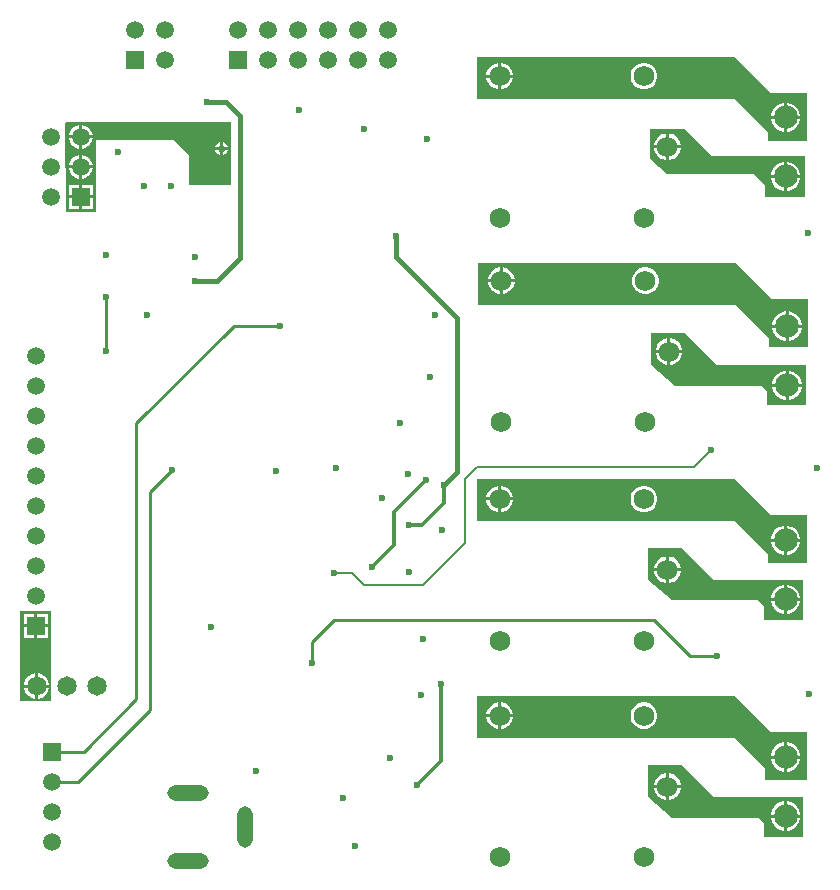
<source format=gbr>
%TF.GenerationSoftware,Altium Limited,Altium Designer,23.9.2 (47)*%
G04 Layer_Physical_Order=4*
G04 Layer_Color=16711680*
%FSLAX45Y45*%
%MOMM*%
%TF.SameCoordinates,15915765-FD2E-4A0E-A91D-014651F65676*%
%TF.FilePolarity,Positive*%
%TF.FileFunction,Copper,L4,Bot,Signal*%
%TF.Part,Single*%
G01*
G75*
%TA.AperFunction,Conductor*%
%ADD22C,0.25400*%
%ADD24C,0.38100*%
%ADD27C,0.33020*%
%ADD29C,0.35560*%
%ADD30C,0.20320*%
%TA.AperFunction,ComponentPad*%
%ADD31R,1.50000X1.50000*%
%ADD32C,1.50000*%
%ADD33C,1.65100*%
%ADD34C,2.00000*%
%ADD35C,1.75000*%
%ADD36O,3.50800X1.30800*%
%ADD37O,1.30800X3.50800*%
%ADD38R,1.50000X1.50000*%
%TA.AperFunction,ViaPad*%
%ADD39C,0.60000*%
G36*
X7772400Y10541000D02*
X7874000Y10439400D01*
X8178800D01*
Y10033000D01*
X7848600D01*
Y10109200D01*
X7569199Y10388600D01*
X5384800Y10388601D01*
Y10744200D01*
X7569200D01*
X7772400Y10541000D01*
D02*
G37*
G36*
X3302000Y9664700D02*
X2946400D01*
Y9918700D01*
X2819400Y10045700D01*
X2159000D01*
Y9436100D01*
X1905175D01*
X1899982Y10189089D01*
X1908931Y10198100D01*
X3302000D01*
Y9664700D01*
D02*
G37*
G36*
X7378699Y9906000D02*
X8166100D01*
Y9563100D01*
X7829550D01*
Y9658350D01*
X7734300Y9753600D01*
X6995160D01*
X6850380Y9880771D01*
Y10134600D01*
X7150100D01*
X7378699Y9906000D01*
D02*
G37*
G36*
X7785100Y8801100D02*
X7886700Y8699500D01*
X8191500D01*
Y8293100D01*
X7861300D01*
Y8369300D01*
X7581899Y8648700D01*
X5397500Y8648701D01*
Y9004300D01*
X7581900D01*
X7785100Y8801100D01*
D02*
G37*
G36*
X7419169Y8138331D02*
X8176260Y8138331D01*
Y7797800D01*
X7839710D01*
Y7915910D01*
X7792720Y7962900D01*
X7060262D01*
X6860540Y8138331D01*
Y8407400D01*
X7150101D01*
X7419169Y8138331D01*
D02*
G37*
G36*
X7772400Y6972300D02*
X7874000Y6870700D01*
X8178800D01*
Y6464300D01*
X7848600D01*
Y6540500D01*
X7569199Y6819900D01*
X5384800Y6819901D01*
Y7175500D01*
X7569200D01*
X7772400Y6972300D01*
D02*
G37*
G36*
X7393769Y6322231D02*
X8150860Y6322231D01*
Y5981700D01*
X7814310D01*
Y6099810D01*
X7767320Y6146800D01*
X7034862D01*
X6835140Y6322231D01*
Y6591300D01*
X7124701D01*
X7393769Y6322231D01*
D02*
G37*
G36*
X1782410Y5295576D02*
X1518250D01*
Y6054160D01*
X1782410D01*
Y5295576D01*
D02*
G37*
G36*
X7772400Y5130800D02*
X7874000Y5029200D01*
X8178800D01*
Y4622800D01*
X7823200D01*
Y4724400D01*
X7569199Y4978400D01*
X5384800Y4978401D01*
Y5334000D01*
X7569200D01*
X7772400Y5130800D01*
D02*
G37*
G36*
X7393769Y4480731D02*
X8150860Y4480731D01*
Y4140200D01*
X7814310D01*
Y4258310D01*
X7767320Y4305300D01*
X7034862D01*
X6835140Y4480731D01*
Y4749800D01*
X7124701D01*
X7393769Y4480731D01*
D02*
G37*
%LPC*%
G36*
X5594864Y10698700D02*
X5592700D01*
Y10598500D01*
X5692900D01*
Y10600664D01*
X5685206Y10629378D01*
X5670342Y10655122D01*
X5649322Y10676142D01*
X5623578Y10691006D01*
X5594864Y10698700D01*
D02*
G37*
G36*
X5567300D02*
X5565136D01*
X5536422Y10691006D01*
X5510678Y10676142D01*
X5489658Y10655122D01*
X5474794Y10629378D01*
X5467100Y10600664D01*
Y10598500D01*
X5567300D01*
Y10698700D01*
D02*
G37*
G36*
X6814864D02*
X6785137D01*
X6756422Y10691006D01*
X6730678Y10676142D01*
X6709658Y10655122D01*
X6694794Y10629378D01*
X6687100Y10600664D01*
Y10570936D01*
X6694794Y10542222D01*
X6709658Y10516478D01*
X6730678Y10495458D01*
X6756422Y10480594D01*
X6785137Y10472900D01*
X6814864D01*
X6843578Y10480594D01*
X6869322Y10495458D01*
X6890343Y10516478D01*
X6905206Y10542222D01*
X6912900Y10570936D01*
Y10600664D01*
X6905206Y10629378D01*
X6890343Y10655122D01*
X6869322Y10676142D01*
X6843578Y10691006D01*
X6814864Y10698700D01*
D02*
G37*
G36*
X5692900Y10573100D02*
X5592700D01*
Y10472900D01*
X5594864D01*
X5623578Y10480594D01*
X5649322Y10495458D01*
X5670342Y10516478D01*
X5685206Y10542222D01*
X5692900Y10570936D01*
Y10573100D01*
D02*
G37*
G36*
X5567300D02*
X5467100D01*
Y10570936D01*
X5474794Y10542222D01*
X5489658Y10516478D01*
X5510678Y10495458D01*
X5536422Y10480594D01*
X5565136Y10472900D01*
X5567300D01*
Y10573100D01*
D02*
G37*
G36*
X8016509Y10361200D02*
X8012701D01*
Y10248500D01*
X8125400D01*
Y10252309D01*
X8116854Y10284202D01*
X8100345Y10312797D01*
X8076997Y10336145D01*
X8048402Y10352654D01*
X8016509Y10361200D01*
D02*
G37*
G36*
X7987301D02*
X7983491D01*
X7951598Y10352654D01*
X7923003Y10336145D01*
X7899655Y10312797D01*
X7883146Y10284202D01*
X7874600Y10252309D01*
Y10248500D01*
X7987301D01*
Y10361200D01*
D02*
G37*
G36*
X8125400Y10223100D02*
X8012701D01*
Y10110400D01*
X8016509D01*
X8048402Y10118946D01*
X8076997Y10135455D01*
X8100345Y10158803D01*
X8116854Y10187397D01*
X8125400Y10219291D01*
Y10223100D01*
D02*
G37*
G36*
X7987301D02*
X7874600D01*
Y10219291D01*
X7883146Y10187397D01*
X7899655Y10158803D01*
X7923003Y10135455D01*
X7951598Y10118946D01*
X7983491Y10110400D01*
X7987301D01*
Y10223100D01*
D02*
G37*
G36*
X2045218Y10171500D02*
X2044700D01*
Y10083800D01*
X2132400D01*
Y10084318D01*
X2125558Y10109853D01*
X2112340Y10132747D01*
X2093647Y10151440D01*
X2070753Y10164658D01*
X2045218Y10171500D01*
D02*
G37*
G36*
X2019300D02*
X2018782D01*
X1993247Y10164658D01*
X1970353Y10151440D01*
X1951660Y10132747D01*
X1938442Y10109853D01*
X1931600Y10084318D01*
Y10083800D01*
X2019300D01*
Y10171500D01*
D02*
G37*
G36*
X3238500Y10024204D02*
Y9982200D01*
X3280504D01*
X3272766Y10000881D01*
X3257181Y10016466D01*
X3238500Y10024204D01*
D02*
G37*
G36*
X3213100D02*
X3194419Y10016466D01*
X3178834Y10000881D01*
X3171096Y9982200D01*
X3213100D01*
Y10024204D01*
D02*
G37*
G36*
X2132400Y10058400D02*
X2044700D01*
Y9970700D01*
X2045218D01*
X2070753Y9977542D01*
X2093647Y9990760D01*
X2112340Y10009453D01*
X2125558Y10032347D01*
X2132400Y10057882D01*
Y10058400D01*
D02*
G37*
G36*
X2019300D02*
X1931600D01*
Y10057882D01*
X1938442Y10032347D01*
X1951660Y10009453D01*
X1970353Y9990760D01*
X1993247Y9977542D01*
X2018782Y9970700D01*
X2019300D01*
Y10058400D01*
D02*
G37*
G36*
X3280504Y9956800D02*
X3238500D01*
Y9914796D01*
X3257181Y9922534D01*
X3272766Y9938119D01*
X3280504Y9956800D01*
D02*
G37*
G36*
X3213100D02*
X3171096D01*
X3178834Y9938119D01*
X3194419Y9922534D01*
X3213100Y9914796D01*
Y9956800D01*
D02*
G37*
G36*
X2045218Y9917500D02*
X2044700D01*
Y9829800D01*
X2132400D01*
Y9830318D01*
X2125558Y9855853D01*
X2112340Y9878747D01*
X2093647Y9897440D01*
X2070753Y9910658D01*
X2045218Y9917500D01*
D02*
G37*
G36*
X2019300D02*
X2018782D01*
X1993247Y9910658D01*
X1970353Y9897440D01*
X1951660Y9878747D01*
X1938442Y9855853D01*
X1931600Y9830318D01*
Y9829800D01*
X2019300D01*
Y9917500D01*
D02*
G37*
G36*
X2132400Y9804400D02*
X2044700D01*
Y9716700D01*
X2045218D01*
X2070753Y9723542D01*
X2093647Y9736760D01*
X2112340Y9755453D01*
X2125558Y9778347D01*
X2132400Y9803882D01*
Y9804400D01*
D02*
G37*
G36*
X2019300D02*
X1931600D01*
Y9803882D01*
X1938442Y9778347D01*
X1951660Y9755453D01*
X1970353Y9736760D01*
X1993247Y9723542D01*
X2018782Y9716700D01*
X2019300D01*
Y9804400D01*
D02*
G37*
G36*
X2132400Y9663500D02*
X2044700D01*
Y9575800D01*
X2132400D01*
Y9663500D01*
D02*
G37*
G36*
X2019300D02*
X1931600D01*
Y9575800D01*
X2019300D01*
Y9663500D01*
D02*
G37*
G36*
X2132400Y9550400D02*
X2044700D01*
Y9462700D01*
X2132400D01*
Y9550400D01*
D02*
G37*
G36*
X2019300D02*
X1931600D01*
Y9462700D01*
X2019300D01*
Y9550400D01*
D02*
G37*
G36*
X7014864Y10098700D02*
X7012700D01*
Y9998500D01*
X7112900D01*
Y10000664D01*
X7105206Y10029378D01*
X7090342Y10055122D01*
X7069322Y10076142D01*
X7043578Y10091006D01*
X7014864Y10098700D01*
D02*
G37*
G36*
X6987300D02*
X6985136D01*
X6956422Y10091006D01*
X6930678Y10076142D01*
X6909658Y10055122D01*
X6894794Y10029378D01*
X6887100Y10000664D01*
Y9998500D01*
X6987300D01*
Y10098700D01*
D02*
G37*
G36*
X7112900Y9973100D02*
X7012700D01*
Y9872900D01*
X7014864D01*
X7043578Y9880594D01*
X7069322Y9895457D01*
X7090342Y9916478D01*
X7105206Y9942222D01*
X7112900Y9970936D01*
Y9973100D01*
D02*
G37*
G36*
X6987300D02*
X6887100D01*
Y9970936D01*
X6894794Y9942222D01*
X6909658Y9916478D01*
X6930678Y9895457D01*
X6956422Y9880594D01*
X6985136Y9872900D01*
X6987300D01*
Y9973100D01*
D02*
G37*
G36*
X8016509Y9861200D02*
X8012701D01*
Y9748500D01*
X8125400D01*
Y9752309D01*
X8116854Y9784202D01*
X8100345Y9812797D01*
X8076997Y9836145D01*
X8048402Y9852654D01*
X8016509Y9861200D01*
D02*
G37*
G36*
X7987301D02*
X7983491D01*
X7951598Y9852654D01*
X7923003Y9836145D01*
X7899655Y9812797D01*
X7883146Y9784202D01*
X7874600Y9752309D01*
Y9748500D01*
X7987301D01*
Y9861200D01*
D02*
G37*
G36*
X8125400Y9723100D02*
X8012701D01*
Y9610400D01*
X8016509D01*
X8048402Y9618946D01*
X8076997Y9635455D01*
X8100345Y9658803D01*
X8116854Y9687397D01*
X8125400Y9719291D01*
Y9723100D01*
D02*
G37*
G36*
X7987301D02*
X7874600D01*
Y9719291D01*
X7883146Y9687397D01*
X7899655Y9658803D01*
X7923003Y9635455D01*
X7951598Y9618946D01*
X7983491Y9610400D01*
X7987301D01*
Y9723100D01*
D02*
G37*
G36*
X5607564Y8965400D02*
X5605400D01*
Y8865200D01*
X5705600D01*
Y8867364D01*
X5697906Y8896078D01*
X5683042Y8921822D01*
X5662022Y8942842D01*
X5636278Y8957706D01*
X5607564Y8965400D01*
D02*
G37*
G36*
X5580000D02*
X5577836D01*
X5549122Y8957706D01*
X5523378Y8942842D01*
X5502358Y8921822D01*
X5487494Y8896078D01*
X5479800Y8867364D01*
Y8865200D01*
X5580000D01*
Y8965400D01*
D02*
G37*
G36*
X6827564D02*
X6797837D01*
X6769122Y8957706D01*
X6743378Y8942842D01*
X6722358Y8921822D01*
X6707494Y8896078D01*
X6699800Y8867364D01*
Y8837636D01*
X6707494Y8808922D01*
X6722358Y8783178D01*
X6743378Y8762157D01*
X6769122Y8747294D01*
X6797837Y8739600D01*
X6827564D01*
X6856278Y8747294D01*
X6882022Y8762157D01*
X6903043Y8783178D01*
X6917906Y8808922D01*
X6925600Y8837636D01*
Y8867364D01*
X6917906Y8896078D01*
X6903043Y8921822D01*
X6882022Y8942842D01*
X6856278Y8957706D01*
X6827564Y8965400D01*
D02*
G37*
G36*
X5705600Y8839800D02*
X5605400D01*
Y8739600D01*
X5607564D01*
X5636278Y8747294D01*
X5662022Y8762157D01*
X5683042Y8783178D01*
X5697906Y8808922D01*
X5705600Y8837636D01*
Y8839800D01*
D02*
G37*
G36*
X5580000D02*
X5479800D01*
Y8837636D01*
X5487494Y8808922D01*
X5502358Y8783178D01*
X5523378Y8762157D01*
X5549122Y8747294D01*
X5577836Y8739600D01*
X5580000D01*
Y8839800D01*
D02*
G37*
G36*
X8030209Y8592300D02*
X8026400D01*
Y8479600D01*
X8139100D01*
Y8483409D01*
X8130554Y8515303D01*
X8114045Y8543897D01*
X8090697Y8567245D01*
X8062102Y8583754D01*
X8030209Y8592300D01*
D02*
G37*
G36*
X8001000D02*
X7997191D01*
X7965298Y8583754D01*
X7936703Y8567245D01*
X7913355Y8543897D01*
X7896846Y8515303D01*
X7888300Y8483409D01*
Y8479600D01*
X8001000D01*
Y8592300D01*
D02*
G37*
G36*
X8139100Y8454200D02*
X8026400D01*
Y8341500D01*
X8030209D01*
X8062102Y8350046D01*
X8090697Y8366555D01*
X8114045Y8389903D01*
X8130554Y8418498D01*
X8139100Y8450391D01*
Y8454200D01*
D02*
G37*
G36*
X8001000D02*
X7888300D01*
Y8450391D01*
X7896846Y8418498D01*
X7913355Y8389903D01*
X7936703Y8366555D01*
X7965298Y8350046D01*
X7997191Y8341500D01*
X8001000D01*
Y8454200D01*
D02*
G37*
G36*
X7027564Y8365400D02*
X7025400D01*
Y8265200D01*
X7125600D01*
Y8267363D01*
X7117906Y8296078D01*
X7103042Y8321822D01*
X7082022Y8342842D01*
X7056278Y8357706D01*
X7027564Y8365400D01*
D02*
G37*
G36*
X7000000D02*
X6997836D01*
X6969122Y8357706D01*
X6943378Y8342842D01*
X6922358Y8321822D01*
X6907494Y8296078D01*
X6899800Y8267363D01*
Y8265200D01*
X7000000D01*
Y8365400D01*
D02*
G37*
G36*
X7125600Y8239800D02*
X7025400D01*
Y8139600D01*
X7027564D01*
X7056278Y8147294D01*
X7082022Y8162157D01*
X7103042Y8183178D01*
X7117906Y8208922D01*
X7125600Y8237636D01*
Y8239800D01*
D02*
G37*
G36*
X7000000D02*
X6899800D01*
Y8237636D01*
X6907494Y8208922D01*
X6922358Y8183178D01*
X6943378Y8162157D01*
X6969122Y8147294D01*
X6997836Y8139600D01*
X7000000D01*
Y8239800D01*
D02*
G37*
G36*
X8030209Y8092300D02*
X8026400D01*
Y7979600D01*
X8139100D01*
Y7983409D01*
X8130554Y8015302D01*
X8114045Y8043897D01*
X8090697Y8067245D01*
X8062102Y8083754D01*
X8030209Y8092300D01*
D02*
G37*
G36*
X8001000D02*
X7997191D01*
X7965298Y8083754D01*
X7936703Y8067245D01*
X7913355Y8043897D01*
X7896846Y8015302D01*
X7888300Y7983409D01*
Y7979600D01*
X8001000D01*
Y8092300D01*
D02*
G37*
G36*
X8139100Y7954200D02*
X8026400D01*
Y7841500D01*
X8030209D01*
X8062102Y7850046D01*
X8090697Y7866555D01*
X8114045Y7889903D01*
X8130554Y7918497D01*
X8139100Y7950391D01*
Y7954200D01*
D02*
G37*
G36*
X8001000D02*
X7888300D01*
Y7950391D01*
X7896846Y7918497D01*
X7913355Y7889903D01*
X7936703Y7866555D01*
X7965298Y7850046D01*
X7997191Y7841500D01*
X8001000D01*
Y7954200D01*
D02*
G37*
G36*
X5594864Y7117800D02*
X5592700D01*
Y7017600D01*
X5692900D01*
Y7019763D01*
X5685206Y7048478D01*
X5670342Y7074222D01*
X5649322Y7095242D01*
X5623578Y7110106D01*
X5594864Y7117800D01*
D02*
G37*
G36*
X5567300D02*
X5565136D01*
X5536422Y7110106D01*
X5510678Y7095242D01*
X5489658Y7074222D01*
X5474794Y7048478D01*
X5467100Y7019763D01*
Y7017600D01*
X5567300D01*
Y7117800D01*
D02*
G37*
G36*
X6814864D02*
X6785137D01*
X6756422Y7110106D01*
X6730678Y7095242D01*
X6709658Y7074222D01*
X6694794Y7048478D01*
X6687100Y7019763D01*
Y6990036D01*
X6694794Y6961322D01*
X6709658Y6935578D01*
X6730678Y6914557D01*
X6756422Y6899694D01*
X6785137Y6892000D01*
X6814864D01*
X6843578Y6899694D01*
X6869322Y6914557D01*
X6890343Y6935578D01*
X6905206Y6961322D01*
X6912900Y6990036D01*
Y7019763D01*
X6905206Y7048478D01*
X6890343Y7074222D01*
X6869322Y7095242D01*
X6843578Y7110106D01*
X6814864Y7117800D01*
D02*
G37*
G36*
X5692900Y6992200D02*
X5592700D01*
Y6892000D01*
X5594864D01*
X5623578Y6899694D01*
X5649322Y6914557D01*
X5670342Y6935578D01*
X5685206Y6961322D01*
X5692900Y6990036D01*
Y6992200D01*
D02*
G37*
G36*
X5567300D02*
X5467100D01*
Y6990036D01*
X5474794Y6961322D01*
X5489658Y6935578D01*
X5510678Y6914557D01*
X5536422Y6899694D01*
X5565136Y6892000D01*
X5567300D01*
Y6992200D01*
D02*
G37*
G36*
X8016509Y6780300D02*
X8012701D01*
Y6667600D01*
X8125400D01*
Y6671409D01*
X8116854Y6703303D01*
X8100345Y6731897D01*
X8076997Y6755245D01*
X8048402Y6771754D01*
X8016509Y6780300D01*
D02*
G37*
G36*
X7987301D02*
X7983491D01*
X7951598Y6771754D01*
X7923003Y6755245D01*
X7899655Y6731897D01*
X7883146Y6703303D01*
X7874600Y6671409D01*
Y6667600D01*
X7987301D01*
Y6780300D01*
D02*
G37*
G36*
X8125400Y6642200D02*
X8012701D01*
Y6529500D01*
X8016509D01*
X8048402Y6538046D01*
X8076997Y6554555D01*
X8100345Y6577903D01*
X8116854Y6606498D01*
X8125400Y6638391D01*
Y6642200D01*
D02*
G37*
G36*
X7987301D02*
X7874600D01*
Y6638391D01*
X7883146Y6606498D01*
X7899655Y6577903D01*
X7923003Y6554555D01*
X7951598Y6538046D01*
X7983491Y6529500D01*
X7987301D01*
Y6642200D01*
D02*
G37*
G36*
X7014864Y6517800D02*
X7012700D01*
Y6417600D01*
X7112900D01*
Y6419763D01*
X7105206Y6448478D01*
X7090342Y6474222D01*
X7069322Y6495242D01*
X7043578Y6510106D01*
X7014864Y6517800D01*
D02*
G37*
G36*
X6987300D02*
X6985136D01*
X6956422Y6510106D01*
X6930678Y6495242D01*
X6909658Y6474222D01*
X6894794Y6448478D01*
X6887100Y6419763D01*
Y6417600D01*
X6987300D01*
Y6517800D01*
D02*
G37*
G36*
X7112900Y6392200D02*
X7012700D01*
Y6292000D01*
X7014864D01*
X7043578Y6299694D01*
X7069322Y6314557D01*
X7090342Y6335578D01*
X7105206Y6361322D01*
X7112900Y6390036D01*
Y6392200D01*
D02*
G37*
G36*
X6987300D02*
X6887100D01*
Y6390036D01*
X6894794Y6361322D01*
X6909658Y6335578D01*
X6930678Y6314557D01*
X6956422Y6299694D01*
X6985136Y6292000D01*
X6987300D01*
Y6392200D01*
D02*
G37*
G36*
X8016509Y6280300D02*
X8012701D01*
Y6167600D01*
X8125400D01*
Y6171409D01*
X8116854Y6203303D01*
X8100345Y6231897D01*
X8076997Y6255245D01*
X8048402Y6271754D01*
X8016509Y6280300D01*
D02*
G37*
G36*
X7987301D02*
X7983491D01*
X7951598Y6271754D01*
X7923003Y6255245D01*
X7899655Y6231897D01*
X7883146Y6203303D01*
X7874600Y6171409D01*
Y6167600D01*
X7987301D01*
Y6280300D01*
D02*
G37*
G36*
X8125400Y6142200D02*
X8012701D01*
Y6029500D01*
X8016509D01*
X8048402Y6038046D01*
X8076997Y6054555D01*
X8100345Y6077903D01*
X8116854Y6106498D01*
X8125400Y6138391D01*
Y6142200D01*
D02*
G37*
G36*
X7987301D02*
X7874600D01*
Y6138391D01*
X7883146Y6106498D01*
X7899655Y6077903D01*
X7923003Y6054555D01*
X7951598Y6038046D01*
X7983491Y6029500D01*
X7987301D01*
Y6142200D01*
D02*
G37*
G36*
X1751400Y6031300D02*
X1663700D01*
Y5943600D01*
X1751400D01*
Y6031300D01*
D02*
G37*
G36*
X1638300D02*
X1550600D01*
Y5943600D01*
X1638300D01*
Y6031300D01*
D02*
G37*
G36*
X1751400Y5918200D02*
X1663700D01*
Y5830500D01*
X1751400D01*
Y5918200D01*
D02*
G37*
G36*
X1638300D02*
X1550600D01*
Y5830500D01*
X1638300D01*
Y5918200D01*
D02*
G37*
G36*
X1672832Y5528310D02*
X1671320D01*
Y5433060D01*
X1766570D01*
Y5434572D01*
X1759213Y5462027D01*
X1745001Y5486643D01*
X1724903Y5506741D01*
X1700287Y5520953D01*
X1672832Y5528310D01*
D02*
G37*
G36*
X1645920D02*
X1644408D01*
X1616953Y5520953D01*
X1592337Y5506741D01*
X1572239Y5486643D01*
X1558027Y5462027D01*
X1550670Y5434572D01*
Y5433060D01*
X1645920D01*
Y5528310D01*
D02*
G37*
G36*
X1766570Y5407660D02*
X1671320D01*
Y5312410D01*
X1672832D01*
X1700287Y5319767D01*
X1724903Y5333979D01*
X1745001Y5354077D01*
X1759213Y5378693D01*
X1766570Y5406148D01*
Y5407660D01*
D02*
G37*
G36*
X1645920D02*
X1550670D01*
Y5406148D01*
X1558027Y5378693D01*
X1572239Y5354077D01*
X1592337Y5333979D01*
X1616953Y5319767D01*
X1644408Y5312410D01*
X1645920D01*
Y5407660D01*
D02*
G37*
G36*
X5594864Y5282900D02*
X5592700D01*
Y5182700D01*
X5692900D01*
Y5184863D01*
X5685206Y5213578D01*
X5670342Y5239322D01*
X5649322Y5260342D01*
X5623578Y5275206D01*
X5594864Y5282900D01*
D02*
G37*
G36*
X5567300D02*
X5565136D01*
X5536422Y5275206D01*
X5510678Y5260342D01*
X5489658Y5239322D01*
X5474794Y5213578D01*
X5467100Y5184863D01*
Y5182700D01*
X5567300D01*
Y5282900D01*
D02*
G37*
G36*
X6814864D02*
X6785137D01*
X6756422Y5275206D01*
X6730678Y5260342D01*
X6709658Y5239322D01*
X6694794Y5213578D01*
X6687100Y5184863D01*
Y5155136D01*
X6694794Y5126422D01*
X6709658Y5100678D01*
X6730678Y5079657D01*
X6756422Y5064794D01*
X6785137Y5057100D01*
X6814864D01*
X6843578Y5064794D01*
X6869322Y5079657D01*
X6890343Y5100678D01*
X6905206Y5126422D01*
X6912900Y5155136D01*
Y5184863D01*
X6905206Y5213578D01*
X6890343Y5239322D01*
X6869322Y5260342D01*
X6843578Y5275206D01*
X6814864Y5282900D01*
D02*
G37*
G36*
X5692900Y5157300D02*
X5592700D01*
Y5057100D01*
X5594864D01*
X5623578Y5064794D01*
X5649322Y5079657D01*
X5670342Y5100678D01*
X5685206Y5126422D01*
X5692900Y5155136D01*
Y5157300D01*
D02*
G37*
G36*
X5567300D02*
X5467100D01*
Y5155136D01*
X5474794Y5126422D01*
X5489658Y5100678D01*
X5510678Y5079657D01*
X5536422Y5064794D01*
X5565136Y5057100D01*
X5567300D01*
Y5157300D01*
D02*
G37*
G36*
X8016509Y4945400D02*
X8012701D01*
Y4832700D01*
X8125400D01*
Y4836509D01*
X8116854Y4868403D01*
X8100345Y4896997D01*
X8076997Y4920345D01*
X8048402Y4936854D01*
X8016509Y4945400D01*
D02*
G37*
G36*
X7987301D02*
X7983491D01*
X7951598Y4936854D01*
X7923003Y4920345D01*
X7899655Y4896997D01*
X7883146Y4868403D01*
X7874600Y4836509D01*
Y4832700D01*
X7987301D01*
Y4945400D01*
D02*
G37*
G36*
X8125400Y4807300D02*
X8012701D01*
Y4694600D01*
X8016509D01*
X8048402Y4703146D01*
X8076997Y4719655D01*
X8100345Y4743003D01*
X8116854Y4771598D01*
X8125400Y4803491D01*
Y4807300D01*
D02*
G37*
G36*
X7987301D02*
X7874600D01*
Y4803491D01*
X7883146Y4771598D01*
X7899655Y4743003D01*
X7923003Y4719655D01*
X7951598Y4703146D01*
X7983491Y4694600D01*
X7987301D01*
Y4807300D01*
D02*
G37*
G36*
X7014864Y4682900D02*
X7012700D01*
Y4582700D01*
X7112900D01*
Y4584863D01*
X7105206Y4613578D01*
X7090342Y4639322D01*
X7069322Y4660342D01*
X7043578Y4675206D01*
X7014864Y4682900D01*
D02*
G37*
G36*
X6987300D02*
X6985136D01*
X6956422Y4675206D01*
X6930678Y4660342D01*
X6909658Y4639322D01*
X6894794Y4613578D01*
X6887100Y4584863D01*
Y4582700D01*
X6987300D01*
Y4682900D01*
D02*
G37*
G36*
X7112900Y4557300D02*
X7012700D01*
Y4457100D01*
X7014864D01*
X7043578Y4464794D01*
X7069322Y4479657D01*
X7090342Y4500678D01*
X7105206Y4526422D01*
X7112900Y4555136D01*
Y4557300D01*
D02*
G37*
G36*
X6987300D02*
X6887100D01*
Y4555136D01*
X6894794Y4526422D01*
X6909658Y4500678D01*
X6930678Y4479657D01*
X6956422Y4464794D01*
X6985136Y4457100D01*
X6987300D01*
Y4557300D01*
D02*
G37*
G36*
X8016509Y4445400D02*
X8012701D01*
Y4332700D01*
X8125400D01*
Y4336509D01*
X8116854Y4368402D01*
X8100345Y4396997D01*
X8076997Y4420345D01*
X8048402Y4436854D01*
X8016509Y4445400D01*
D02*
G37*
G36*
X7987301D02*
X7983491D01*
X7951598Y4436854D01*
X7923003Y4420345D01*
X7899655Y4396997D01*
X7883146Y4368402D01*
X7874600Y4336509D01*
Y4332700D01*
X7987301D01*
Y4445400D01*
D02*
G37*
G36*
X8125400Y4307300D02*
X8012701D01*
Y4194600D01*
X8016509D01*
X8048402Y4203146D01*
X8076997Y4219655D01*
X8100345Y4243003D01*
X8116854Y4271598D01*
X8125400Y4303491D01*
Y4307300D01*
D02*
G37*
G36*
X7987301D02*
X7874600D01*
Y4303491D01*
X7883146Y4271598D01*
X7899655Y4243003D01*
X7923003Y4219655D01*
X7951598Y4203146D01*
X7983491Y4194600D01*
X7987301D01*
Y4307300D01*
D02*
G37*
%LPD*%
D22*
X2247900Y8255000D02*
Y8712200D01*
X2616200Y5219700D02*
Y7061200D01*
X2501900Y5308600D02*
Y7645400D01*
X3327400Y8470900D01*
X2616200Y7061200D02*
X2806700Y7251700D01*
X2006600Y4610100D02*
X2616200Y5219700D01*
X2057400Y4864100D02*
X2501900Y5308600D01*
X3327400Y8470900D02*
X3721100D01*
X3987800Y5791200D02*
X4178300Y5981700D01*
X6883400D02*
X7188200Y5676900D01*
X4178300Y5981700D02*
X6883400D01*
X3987800Y5613400D02*
Y5791200D01*
X7188200Y5676900D02*
X7416800D01*
X1790700Y4610100D02*
X2006600D01*
X1790700Y4864100D02*
X2057400D01*
D24*
X5110480Y7124700D02*
X5219700Y7233920D01*
X4699000Y9055100D02*
X5219700Y8534400D01*
Y7233920D02*
Y8534400D01*
X4699000Y9055100D02*
Y9230200D01*
X3187700Y8851900D02*
X3378200Y9042400D01*
X2997200Y8851900D02*
X3187700D01*
X3378200Y9042400D02*
Y10248900D01*
X3263900Y10363200D02*
X3378200Y10248900D01*
X3098800Y10363200D02*
X3263900D01*
D27*
X4813300Y6781800D02*
X4925060D01*
X4495800Y6426200D02*
X4688840Y6619240D01*
Y6898640D01*
X4925060Y6781800D02*
X5110480Y6967220D01*
Y7124700D01*
X4688840Y6898640D02*
X4953000Y7162800D01*
D29*
X4876800Y4584700D02*
X5080000Y4787900D01*
Y5435600D01*
D30*
X5384800Y7277100D02*
X7226300D01*
X5283200Y7175500D02*
X5384800Y7277100D01*
X5283200Y6629400D02*
Y7175500D01*
X4927600Y6273800D02*
X5283200Y6629400D01*
X7226300Y7277100D02*
X7366000Y7416800D01*
X4432300Y6273800D02*
X4927600D01*
X4330700Y6375400D02*
X4432300Y6273800D01*
X4178300Y6375400D02*
X4330700D01*
D31*
X1651000Y5930900D02*
D03*
X1790700Y4864100D02*
D03*
X2032000Y9563100D02*
D03*
D32*
X1651000Y6184900D02*
D03*
Y6692900D02*
D03*
Y6946900D02*
D03*
Y7200900D02*
D03*
Y7454900D02*
D03*
Y7708900D02*
D03*
Y7962900D02*
D03*
Y8216900D02*
D03*
Y6438900D02*
D03*
X1790700Y4610100D02*
D03*
Y4356100D02*
D03*
Y4102100D02*
D03*
X1778000Y9563100D02*
D03*
X2032000Y9817100D02*
D03*
X1778000D02*
D03*
X2032000Y10071100D02*
D03*
X1778000D02*
D03*
X2743200Y10972800D02*
D03*
Y10718800D02*
D03*
X2489200Y10972800D02*
D03*
X4635500D02*
D03*
Y10718800D02*
D03*
X4381500Y10972800D02*
D03*
Y10718800D02*
D03*
X4127500Y10972800D02*
D03*
Y10718800D02*
D03*
X3873500Y10972800D02*
D03*
Y10718800D02*
D03*
X3619500Y10972800D02*
D03*
Y10718800D02*
D03*
X3365500Y10972800D02*
D03*
D33*
X2166620Y5420360D02*
D03*
X1912620D02*
D03*
X1658620D02*
D03*
D34*
X8000000Y4320000D02*
D03*
Y4820000D02*
D03*
Y6154900D02*
D03*
Y6654900D02*
D03*
X8013700Y7966900D02*
D03*
Y8466900D02*
D03*
X8000000Y10235800D02*
D03*
Y9735800D02*
D03*
D35*
X6800000Y7004900D02*
D03*
X5580000Y5804900D02*
D03*
X6800000D02*
D03*
X7000000Y6404900D02*
D03*
X5580000Y7004900D02*
D03*
Y5170000D02*
D03*
X7000000Y4570000D02*
D03*
X6800000Y3970000D02*
D03*
X5580000D02*
D03*
X6800000Y5170000D02*
D03*
X5580000Y10585800D02*
D03*
X7000000Y9985800D02*
D03*
X6800000Y9385800D02*
D03*
X5580000D02*
D03*
X6800000Y10585800D02*
D03*
X5592700Y8852500D02*
D03*
X7012700Y8252500D02*
D03*
X6812700Y7652500D02*
D03*
X5592700D02*
D03*
X6812700Y8852500D02*
D03*
D36*
X2939200Y4519100D02*
D03*
Y3939100D02*
D03*
D37*
X3419200Y4229100D02*
D03*
D38*
X2489200Y10718800D02*
D03*
X3365500D02*
D03*
D39*
X2247900Y8255000D02*
D03*
X2806700Y7251700D02*
D03*
X4813300Y6781800D02*
D03*
X4800600Y7213600D02*
D03*
X4584700Y7010400D02*
D03*
X3517900Y4699000D02*
D03*
X3136900Y5918200D02*
D03*
X4648200Y4813300D02*
D03*
X4914900Y5346700D02*
D03*
X5080000Y5435600D02*
D03*
X4254500Y4470400D02*
D03*
X3721100Y8470900D02*
D03*
X5029200Y8559800D02*
D03*
X4356100Y4064000D02*
D03*
X7366000Y7416800D02*
D03*
X4178300Y6375400D02*
D03*
X4876800Y4584700D02*
D03*
X8191500Y9258300D02*
D03*
X4699000Y9230200D02*
D03*
X4991100Y8039100D02*
D03*
X7416800Y5676900D02*
D03*
X4813300Y6388100D02*
D03*
X4495800Y6426200D02*
D03*
X2997200Y8851900D02*
D03*
X2590800Y8559800D02*
D03*
X2997200Y9055100D02*
D03*
X3878325Y10295000D02*
D03*
X4432300Y10134600D02*
D03*
X2247900Y9067800D02*
D03*
Y8712200D02*
D03*
X3098800Y10363200D02*
D03*
X4960620Y10053320D02*
D03*
X3987800Y5613400D02*
D03*
X3225800Y9969500D02*
D03*
X2800350Y9653270D02*
D03*
X2565400Y9652000D02*
D03*
X2349500Y9944100D02*
D03*
X8262700Y7269400D02*
D03*
X5110480Y7124700D02*
D03*
X4953000Y7162800D02*
D03*
X4737100Y7645400D02*
D03*
X4191800Y7264400D02*
D03*
X3683000Y7239000D02*
D03*
X8200000Y5355200D02*
D03*
X5092700Y6743700D02*
D03*
X4927600Y5816600D02*
D03*
%TF.MD5,fea0967fef7f76c04d8f074661818437*%
M02*

</source>
